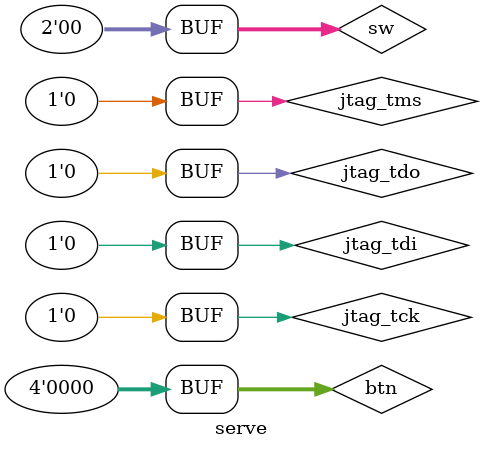
<source format=v>
`timescale 1 ps / 1 ps

module debounce (
  input clk,
  input reset,
  input sig_i,
  output reg sig_o
);

  reg [15:0] cnt;

  always @(posedge clk) begin
    if (reset)
      cnt <= 16'h0;
    else if (sig_i == sig_o)
      cnt <= 16'h0;
    else
      cnt <= cnt + 16'h1;
  end

  always @(posedge clk) begin
    if (reset)
      sig_o <= 1'b0;
    else if (cnt == 16'hffff)
      sig_o <= sig_i;
  end

endmodule

module serve (
	);
  
  wire jtag_tms = 0;
  wire jtag_tck = 0;
  wire jtag_tdo = 0;
  wire jtag_tdi = 0;

  wire [3:0] btn = 0;
  wire [1:0] sw = 0;
  
  wire io_mac_int;
  wire io_sdio_int;
  wire io_uart_int;

  wire FCLK_RESET0_N;
  wire FCLK_IC_RESET0_N;
  wire clk;
  wire soc_reset;
  
  wire [39:0]io_front_axi_0_araddr;
  wire [1:0]io_front_axi_0_arburst;
  wire [3:0]io_front_axi_0_arcache;
  wire [7:0]io_front_axi_0_arlen;
  wire [0:0]io_front_axi_0_arlock;
  wire [2:0]io_front_axi_0_arprot;
  wire [3:0]io_front_axi_0_arqos;
  wire io_front_axi_0_arready;
  wire [2:0]io_front_axi_0_arsize;
  wire io_front_axi_0_arvalid;
  wire [39:0]io_front_axi_0_awaddr;
  wire [1:0]io_front_axi_0_awburst;
  wire [3:0]io_front_axi_0_awcache;
  wire [7:0]io_front_axi_0_awlen;
  wire [0:0]io_front_axi_0_awlock;
  wire [2:0]io_front_axi_0_awprot;
  wire [3:0]io_front_axi_0_awqos;
  wire io_front_axi_0_awready;
  wire [2:0]io_front_axi_0_awsize;
  wire io_front_axi_0_awvalid;
  wire io_front_axi_0_bready;
  wire [1:0]io_front_axi_0_bresp;
  wire io_front_axi_0_bvalid;
  wire [63:0]io_front_axi_0_rdata;
  wire io_front_axi_0_rlast;
  wire io_front_axi_0_rready;
  wire [1:0]io_front_axi_0_rresp;
  wire io_front_axi_0_rvalid;
  wire [63:0]io_front_axi_0_wdata;
  wire io_front_axi_0_wlast;
  wire io_front_axi_0_wready;
  wire [7:0]io_front_axi_0_wstrb;
  wire io_front_axi_0_wvalid;

  wire [39:0]io_front_axi_1_araddr;
  wire [1:0]io_front_axi_1_arburst;
  wire [3:0]io_front_axi_1_arcache;
  wire [7:0]io_front_axi_1_arlen;
  wire [0:0]io_front_axi_1_arlock;
  wire [2:0]io_front_axi_1_arprot;
  wire [3:0]io_front_axi_1_arqos;
  wire io_front_axi_1_arready;
  wire [2:0]io_front_axi_1_arsize;
  wire io_front_axi_1_arvalid;
  wire [39:0]io_front_axi_1_awaddr;
  wire [1:0]io_front_axi_1_awburst;
  wire [3:0]io_front_axi_1_awcache;
  wire [7:0]io_front_axi_1_awlen;
  wire [0:0]io_front_axi_1_awlock;
  wire [2:0]io_front_axi_1_awprot;
  wire [3:0]io_front_axi_1_awqos;
  wire io_front_axi_1_awready;
  wire [2:0]io_front_axi_1_awsize;
  wire io_front_axi_1_awvalid;
  wire io_front_axi_1_bready;
  wire [1:0]io_front_axi_1_bresp;
  wire io_front_axi_1_bvalid;
  wire [63:0]io_front_axi_1_rdata;
  wire io_front_axi_1_rlast;
  wire io_front_axi_1_rready;
  wire [1:0]io_front_axi_1_rresp;
  wire io_front_axi_1_rvalid;
  wire [63:0]io_front_axi_1_wdata;
  wire io_front_axi_1_wlast;
  wire io_front_axi_1_wready;
  wire [7:0]io_front_axi_1_wstrb;
  wire io_front_axi_1_wvalid;

  wire        mem_axi_0_awready;
  wire        mem_axi_0_awvalid;
  wire [3:0]  mem_axi_0_awid;
  wire [35:0] mem_axi_0_awaddr;
  wire [7:0]  mem_axi_0_awlen;
  wire [2:0]  mem_axi_0_awsize;
  wire [1:0]  mem_axi_0_awburst;
  wire        mem_axi_0_awlock;
  wire [3:0]  mem_axi_0_awcache;
  wire [2:0]  mem_axi_0_awprot;
  wire [3:0]  mem_axi_0_awqos;
  wire         mem_axi_0_wready;
  wire        mem_axi_0_wvalid;
  wire [63:0] mem_axi_0_wdata;
  wire [7:0]  mem_axi_0_wstrb;
  wire        mem_axi_0_wlast;
  wire        mem_axi_0_bready;
  wire         mem_axi_0_bvalid;
  wire  [3:0]  mem_axi_0_bid;
  wire  [1:0]  mem_axi_0_bresp;
  wire         mem_axi_0_arready;
  wire        mem_axi_0_arvalid;
  wire [3:0]  mem_axi_0_arid;
  wire [35:0] mem_axi_0_araddr;
  wire [7:0]  mem_axi_0_arlen;
  wire [2:0]  mem_axi_0_arsize;
  wire [1:0]  mem_axi_0_arburst;
  wire        mem_axi_0_arlock;
  wire [3:0]  mem_axi_0_arcache;
  wire [2:0]  mem_axi_0_arprot;
  wire [3:0]  mem_axi_0_arqos;
  wire        mem_axi_0_rready;
  wire         mem_axi_0_rvalid;
  wire  [3:0]  mem_axi_0_rid;
  wire  [63:0] mem_axi_0_rdata;
  wire  [1:0]  mem_axi_0_rresp;
  wire         mem_axi_0_rlast;

  wire        mem_axi_1_awready;
  wire        mem_axi_1_awvalid;
  wire [3:0]  mem_axi_1_awid;
  wire [35:0] mem_axi_1_awaddr;
  wire [7:0]  mem_axi_1_awlen;
  wire [2:0]  mem_axi_1_awsize;
  wire [1:0]  mem_axi_1_awburst;
  wire        mem_axi_1_awlock;
  wire [3:0]  mem_axi_1_awcache;
  wire [2:0]  mem_axi_1_awprot;
  wire [3:0]  mem_axi_1_awqos;
  wire         mem_axi_1_wready;
  wire        mem_axi_1_wvalid;
  wire [63:0] mem_axi_1_wdata;
  wire [7:0]  mem_axi_1_wstrb;
  wire        mem_axi_1_wlast;
  wire        mem_axi_1_bready;
  wire         mem_axi_1_bvalid;
  wire  [3:0]  mem_axi_1_bid;
  wire  [1:0]  mem_axi_1_bresp;
  wire         mem_axi_1_arready;
  wire        mem_axi_1_arvalid;
  wire [3:0]  mem_axi_1_arid;
  wire [35:0] mem_axi_1_araddr;
  wire [7:0]  mem_axi_1_arlen;
  wire [2:0]  mem_axi_1_arsize;
  wire [1:0]  mem_axi_1_arburst;
  wire        mem_axi_1_arlock;
  wire [3:0]  mem_axi_1_arcache;
  wire [2:0]  mem_axi_1_arprot;
  wire [3:0]  mem_axi_1_arqos;
  wire        mem_axi_1_rready;
  wire         mem_axi_1_rvalid;
  wire  [3:0]  mem_axi_1_rid;
  wire  [63:0] mem_axi_1_rdata;
  wire  [1:0]  mem_axi_1_rresp;
  wire         mem_axi_1_rlast;

  wire [35:0]mmio_axi_0_araddr;
  wire [1:0]mmio_axi_0_arburst;
  wire [3:0]mmio_axi_0_arcache;
  wire [3:0]mmio_axi_0_arid;
  wire [7:0]mmio_axi_0_arlen;
  wire [0:0]mmio_axi_0_arlock;
  wire [2:0]mmio_axi_0_arprot;
  wire [3:0]mmio_axi_0_arqos;
  wire mmio_axi_0_arready;
  wire [2:0]mmio_axi_0_arsize;
  wire mmio_axi_0_arvalid;
  wire [35:0]mmio_axi_0_awaddr;
  wire [1:0]mmio_axi_0_awburst;
  wire [3:0]mmio_axi_0_awcache;
  wire [3:0]mmio_axi_0_awid;
  wire [7:0]mmio_axi_0_awlen;
  wire [0:0]mmio_axi_0_awlock;
  wire [2:0]mmio_axi_0_awprot;
  wire [3:0]mmio_axi_0_awqos;
  wire mmio_axi_0_awready;
  wire [2:0]mmio_axi_0_awsize;
  wire mmio_axi_0_awvalid;
  wire [3:0]mmio_axi_0_bid;
  wire mmio_axi_0_bready;
  wire [1:0]mmio_axi_0_bresp;
  wire mmio_axi_0_bvalid;
  wire [63:0]mmio_axi_0_rdata;
  wire [3:0]mmio_axi_0_rid;
  wire mmio_axi_0_rlast;
  wire mmio_axi_0_rready;
  wire [1:0]mmio_axi_0_rresp;
  wire mmio_axi_0_rvalid;
  wire [63:0]mmio_axi_0_wdata;
  wire mmio_axi_0_wlast;
  wire mmio_axi_0_wready;
  wire [7:0]mmio_axi_0_wstrb;
  wire mmio_axi_0_wvalid;

  wire [39:0]bram_axi_ps_araddr;
  wire [1:0]bram_axi_ps_arburst;
  wire [3:0]bram_axi_ps_arcache;
  wire [15:0]bram_axi_ps_arid;
  wire [7:0]bram_axi_ps_arlen;
  wire [0:0]bram_axi_ps_arlock;
  wire [2:0]bram_axi_ps_arprot;
  wire [3:0]bram_axi_ps_arqos;
  wire bram_axi_ps_arready;
  wire [3:0]bram_axi_ps_arregion;
  wire [2:0]bram_axi_ps_arsize;
  wire bram_axi_ps_arvalid;
  wire [39:0]bram_axi_ps_awaddr;
  wire [1:0]bram_axi_ps_awburst;
  wire [3:0]bram_axi_ps_awcache;
  wire [15:0]bram_axi_ps_awid;
  wire [7:0]bram_axi_ps_awlen;
  wire [0:0]bram_axi_ps_awlock;
  wire [2:0]bram_axi_ps_awprot;
  wire [3:0]bram_axi_ps_awqos;
  wire bram_axi_ps_awready;
  wire [3:0]bram_axi_ps_awregion;
  wire [2:0]bram_axi_ps_awsize;
  wire bram_axi_ps_awvalid;
  wire [15:0]bram_axi_ps_bid;
  wire bram_axi_ps_bready;
  wire [1:0]bram_axi_ps_bresp;
  wire bram_axi_ps_bvalid;
  wire [31:0]bram_axi_ps_rdata;
  wire [15:0]bram_axi_ps_rid;
  wire bram_axi_ps_rlast;
  wire bram_axi_ps_rready;
  wire [1:0]bram_axi_ps_rresp;
  wire bram_axi_ps_rvalid;
  wire [31:0]bram_axi_ps_wdata;
  wire bram_axi_ps_wlast;
  wire bram_axi_ps_wready;
  wire [3:0]bram_axi_ps_wstrb;
  wire bram_axi_ps_wvalid;
  wire [31:0]bram_axi_rv_araddr;
  wire [1:0]bram_axi_rv_arburst;
  wire [3:0]bram_axi_rv_arcache;
  wire [7:0]bram_axi_rv_arlen;
  wire [0:0]bram_axi_rv_arlock;
  wire [2:0]bram_axi_rv_arprot;
  wire [3:0]bram_axi_rv_arqos;
  wire bram_axi_rv_arready;
  wire [3:0]bram_axi_rv_arregion;
  wire [2:0]bram_axi_rv_arsize;
  wire bram_axi_rv_arvalid;
  wire [31:0]bram_axi_rv_awaddr;
  wire [1:0]bram_axi_rv_awburst;
  wire [3:0]bram_axi_rv_awcache;
  wire [7:0]bram_axi_rv_awlen;
  wire [0:0]bram_axi_rv_awlock;
  wire [2:0]bram_axi_rv_awprot;
  wire [3:0]bram_axi_rv_awqos;
  wire bram_axi_rv_awready;
  wire [3:0]bram_axi_rv_awregion;
  wire [2:0]bram_axi_rv_awsize;
  wire bram_axi_rv_awvalid;
  wire bram_axi_rv_bready;
  wire [1:0]bram_axi_rv_bresp;
  wire bram_axi_rv_bvalid;
  wire [31:0]bram_axi_rv_rdata;
  wire bram_axi_rv_rlast;
  wire bram_axi_rv_rready;
  wire [1:0]bram_axi_rv_rresp;
  wire bram_axi_rv_rvalid;
  wire [31:0]bram_axi_rv_wdata;
  wire bram_axi_rv_wlast;
  wire bram_axi_rv_wready;
  wire [3:0]bram_axi_rv_wstrb;
  wire bram_axi_rv_wvalid;

  /* button debounce */
  wire [3:0] gpio_btns;
  wire [1:0] gpio_sws;

  genvar i;
  
  generate
    for (i=0; i<4; i=i+1) begin
      debounce u_debounce_btn(
        .clk(clk),
        .reset(reset),
        .sig_i(btn[i]),
        .sig_o(gpio_btns[i])
      );
    end
    for (i=0; i<2; i=i+1) begin
      debounce u_debounce_sw(
        .clk(clk),
        .reset(reset),
        .sig_i(sw[i]),
        .sig_o(gpio_sws[i])
      );
    end
  endgenerate
  
  mpsoc_wrapper system_i
  (
		.FCLK_CLK0(clk),
    .FCLK_RESET0_N(FCLK_RESET0_N),
    .FCLK_IC_RESET0_N(FCLK_IC_RESET0_N),

    .bram_axi_ps_araddr		(bram_axi_ps_araddr),
    .bram_axi_ps_arburst		(bram_axi_ps_arburst),
    .bram_axi_ps_arcache		(bram_axi_ps_arcache),
    .bram_axi_ps_arid		(bram_axi_ps_arid),
    .bram_axi_ps_arlen		(bram_axi_ps_arlen	),
    .bram_axi_ps_arlock		(bram_axi_ps_arlock	),
    .bram_axi_ps_arprot		(bram_axi_ps_arprot	),
    .bram_axi_ps_arqos		(bram_axi_ps_arqos	),
    .bram_axi_ps_arready		(bram_axi_ps_arready ),
    .bram_axi_ps_arregion		(bram_axi_ps_arregion),
    .bram_axi_ps_arsize		(bram_axi_ps_arsize),
    .bram_axi_ps_aruser		(),
    .bram_axi_ps_arvalid		(bram_axi_ps_arvalid),
    .bram_axi_ps_awaddr		(bram_axi_ps_awaddr),
    .bram_axi_ps_awburst		(bram_axi_ps_awburst),
    .bram_axi_ps_awcache		(bram_axi_ps_awcache),
    .bram_axi_ps_awid		(bram_axi_ps_awid),
    .bram_axi_ps_awlen		(bram_axi_ps_awlen	),
    .bram_axi_ps_awlock		(bram_axi_ps_awlock	),
    .bram_axi_ps_awprot		(bram_axi_ps_awprot	),
    .bram_axi_ps_awqos		(bram_axi_ps_awqos	),
    .bram_axi_ps_awready		(bram_axi_ps_awready ),
    .bram_axi_ps_awregion		(bram_axi_ps_awregion),
    .bram_axi_ps_awsize		(bram_axi_ps_awsize),
    .bram_axi_ps_awuser		(),
    .bram_axi_ps_awvalid		(bram_axi_ps_awvalid),
    .bram_axi_ps_bid		(bram_axi_ps_bid),
    .bram_axi_ps_bready		(bram_axi_ps_bready	),
    .bram_axi_ps_bresp		(bram_axi_ps_bresp	),
    .bram_axi_ps_bvalid		(bram_axi_ps_bvalid	),
    .bram_axi_ps_rdata		(bram_axi_ps_rdata	),
    .bram_axi_ps_rid		(bram_axi_ps_rid),
    .bram_axi_ps_rlast		(bram_axi_ps_rlast ),
    .bram_axi_ps_rready		(bram_axi_ps_rready),
    .bram_axi_ps_rresp		(bram_axi_ps_rresp ),
    .bram_axi_ps_rvalid		(bram_axi_ps_rvalid),
    .bram_axi_ps_wdata		(bram_axi_ps_wdata ),
    .bram_axi_ps_wlast		(bram_axi_ps_wlast ),
    .bram_axi_ps_wready		(bram_axi_ps_wready),
    .bram_axi_ps_wstrb		(bram_axi_ps_wstrb ),
    .bram_axi_ps_wvalid		(bram_axi_ps_wvalid),

    .bram_axi_rv_araddr		(bram_axi_rv_araddr),
    .bram_axi_rv_arburst		(bram_axi_rv_arburst),
    .bram_axi_rv_arcache		(bram_axi_rv_arcache),
    .bram_axi_rv_arlen		(bram_axi_rv_arlen	),
    .bram_axi_rv_arlock		(bram_axi_rv_arlock	),
    .bram_axi_rv_arprot		(bram_axi_rv_arprot	),
    .bram_axi_rv_arqos		(bram_axi_rv_arqos	),
    .bram_axi_rv_arready		(bram_axi_rv_arready ),
    .bram_axi_rv_arregion		(bram_axi_rv_arregion),
    .bram_axi_rv_arsize		(bram_axi_rv_arsize),
    .bram_axi_rv_arvalid		(bram_axi_rv_arvalid),
    .bram_axi_rv_awaddr		(bram_axi_rv_awaddr),
    .bram_axi_rv_awburst		(bram_axi_rv_awburst),
    .bram_axi_rv_awcache		(bram_axi_rv_awcache),
    .bram_axi_rv_awlen		(bram_axi_rv_awlen	),
    .bram_axi_rv_awlock		(bram_axi_rv_awlock	),
    .bram_axi_rv_awprot		(bram_axi_rv_awprot	),
    .bram_axi_rv_awqos		(bram_axi_rv_awqos	),
    .bram_axi_rv_awready		(bram_axi_rv_awready ),
    .bram_axi_rv_awregion		(bram_axi_rv_awregion),
    .bram_axi_rv_awsize		(bram_axi_rv_awsize),
    .bram_axi_rv_awvalid		(bram_axi_rv_awvalid),
    .bram_axi_rv_bready		(bram_axi_rv_bready),
    .bram_axi_rv_bresp		(bram_axi_rv_bresp ),
    .bram_axi_rv_bvalid		(bram_axi_rv_bvalid),
    .bram_axi_rv_rdata		(bram_axi_rv_rdata ),
    .bram_axi_rv_rlast		(bram_axi_rv_rlast ),
    .bram_axi_rv_rready		(bram_axi_rv_rready),
    .bram_axi_rv_rresp		(bram_axi_rv_rresp ),
    .bram_axi_rv_rvalid		(bram_axi_rv_rvalid),
    .bram_axi_rv_wdata		(bram_axi_rv_wdata ),
    .bram_axi_rv_wlast		(bram_axi_rv_wlast ),
    .bram_axi_rv_wready		(bram_axi_rv_wready),
    .bram_axi_rv_wstrb		(bram_axi_rv_wstrb ),
    .bram_axi_rv_wvalid		(bram_axi_rv_wvalid),

    .soc_reset(soc_reset),

		.io_mac_int(io_mac_int),
		.io_sdio_int(io_sdio_int),
		.io_uart_int(io_uart_int),

		.io_front_axi_0_araddr	(io_front_axi_0_araddr),
        .io_front_axi_0_arburst	(io_front_axi_0_arburst),
        .io_front_axi_0_arcache	(io_front_axi_0_arcache),
        .io_front_axi_0_arlen		(io_front_axi_0_arlen),
        .io_front_axi_0_arlock	(io_front_axi_0_arlock),
        .io_front_axi_0_arprot	(io_front_axi_0_arprot),
        .io_front_axi_0_arqos		(io_front_axi_0_arqos),
        .io_front_axi_0_arready	(io_front_axi_0_arready),
        .io_front_axi_0_arsize	(io_front_axi_0_arsize),
        .io_front_axi_0_arvalid	(io_front_axi_0_arvalid),
        .io_front_axi_0_awaddr		(io_front_axi_0_awaddr),
        .io_front_axi_0_awburst	(io_front_axi_0_awburst),
        .io_front_axi_0_awcache	(io_front_axi_0_awcache),
        .io_front_axi_0_awlen		(io_front_axi_0_awlen),
        .io_front_axi_0_awlock		(io_front_axi_0_awlock),
        .io_front_axi_0_awprot		(io_front_axi_0_awprot),
        .io_front_axi_0_awqos		(io_front_axi_0_awqos),
        .io_front_axi_0_awready	(io_front_axi_0_awready),
        .io_front_axi_0_awsize		(io_front_axi_0_awsize),
        .io_front_axi_0_awvalid	(io_front_axi_0_awvalid),
        .io_front_axi_0_bready		(io_front_axi_0_bready),
        .io_front_axi_0_bresp		(io_front_axi_0_bresp),
        .io_front_axi_0_bvalid		(io_front_axi_0_bvalid),
        .io_front_axi_0_rdata		(io_front_axi_0_rdata),
        .io_front_axi_0_rlast		(io_front_axi_0_rlast),
        .io_front_axi_0_rready		(io_front_axi_0_rready),
        .io_front_axi_0_rresp		(io_front_axi_0_rresp),
        .io_front_axi_0_rvalid		(io_front_axi_0_rvalid),
        .io_front_axi_0_wdata		(io_front_axi_0_wdata),
        .io_front_axi_0_wlast		(io_front_axi_0_wlast),
        .io_front_axi_0_wready		(io_front_axi_0_wready),
        .io_front_axi_0_wstrb		(io_front_axi_0_wstrb),
        .io_front_axi_0_wvalid		(io_front_axi_0_wvalid),

		.io_front_axi_1_araddr	(io_front_axi_1_araddr),
        .io_front_axi_1_arburst	(io_front_axi_1_arburst),
        .io_front_axi_1_arcache	(io_front_axi_1_arcache),
        .io_front_axi_1_arlen		(io_front_axi_1_arlen),
        .io_front_axi_1_arlock	(io_front_axi_1_arlock),
        .io_front_axi_1_arprot	(io_front_axi_1_arprot),
        .io_front_axi_1_arqos		(io_front_axi_1_arqos),
        .io_front_axi_1_arready	(io_front_axi_1_arready),
        .io_front_axi_1_arsize	(io_front_axi_1_arsize),
        .io_front_axi_1_arvalid	(io_front_axi_1_arvalid),
        .io_front_axi_1_awaddr		(io_front_axi_1_awaddr),
        .io_front_axi_1_awburst	(io_front_axi_1_awburst),
        .io_front_axi_1_awcache	(io_front_axi_1_awcache),
        .io_front_axi_1_awlen		(io_front_axi_1_awlen),
        .io_front_axi_1_awlock		(io_front_axi_1_awlock),
        .io_front_axi_1_awprot		(io_front_axi_1_awprot),
        .io_front_axi_1_awqos		(io_front_axi_1_awqos),
        .io_front_axi_1_awready	(io_front_axi_1_awready),
        .io_front_axi_1_awsize		(io_front_axi_1_awsize),
        .io_front_axi_1_awvalid	(io_front_axi_1_awvalid),
        .io_front_axi_1_bready		(io_front_axi_1_bready),
        .io_front_axi_1_bresp		(io_front_axi_1_bresp),
        .io_front_axi_1_bvalid		(io_front_axi_1_bvalid),
        .io_front_axi_1_rdata		(io_front_axi_1_rdata),
        .io_front_axi_1_rlast		(io_front_axi_1_rlast),
        .io_front_axi_1_rready		(io_front_axi_1_rready),
        .io_front_axi_1_rresp		(io_front_axi_1_rresp),
        .io_front_axi_1_rvalid		(io_front_axi_1_rvalid),
        .io_front_axi_1_wdata		(io_front_axi_1_wdata),
        .io_front_axi_1_wlast		(io_front_axi_1_wlast),
        .io_front_axi_1_wready		(io_front_axi_1_wready),
        .io_front_axi_1_wstrb		(io_front_axi_1_wstrb),
        .io_front_axi_1_wvalid		(io_front_axi_1_wvalid),

        .mem_axi_0_araddr(mem_axi_0_araddr),
        .mem_axi_0_arburst(mem_axi_0_arburst),
        .mem_axi_0_arcache(mem_axi_0_arcache),
        .mem_axi_0_arid(mem_axi_0_arid),
        .mem_axi_0_arlen(mem_axi_0_arlen),
        .mem_axi_0_arlock(mem_axi_0_arlock),
        .mem_axi_0_arprot(mem_axi_0_arprot),
        .mem_axi_0_arqos(mem_axi_0_arqos),
        .mem_axi_0_arready(mem_axi_0_arready),
        .mem_axi_0_arsize(mem_axi_0_arsize),
        .mem_axi_0_arvalid(mem_axi_0_arvalid),
        .mem_axi_0_awaddr(mem_axi_0_awaddr),
        .mem_axi_0_awburst(mem_axi_0_awburst),
        .mem_axi_0_awcache(mem_axi_0_awcache),
        .mem_axi_0_awid(mem_axi_0_awid),
        .mem_axi_0_awlen(mem_axi_0_awlen),
        .mem_axi_0_awlock(mem_axi_0_awlock),
        .mem_axi_0_awprot(mem_axi_0_awprot),
        .mem_axi_0_awqos(mem_axi_0_awqos),
        .mem_axi_0_awready(mem_axi_0_awready),
        .mem_axi_0_awsize(mem_axi_0_awsize),
        .mem_axi_0_awvalid(mem_axi_0_awvalid),
        .mem_axi_0_bid(mem_axi_0_bid),
        .mem_axi_0_bready(mem_axi_0_bready),
        .mem_axi_0_bresp(mem_axi_0_bresp),
        .mem_axi_0_bvalid(mem_axi_0_bvalid),
        .mem_axi_0_rid(mem_axi_0_rid),
        .mem_axi_0_rdata(mem_axi_0_rdata),
        .mem_axi_0_rlast(mem_axi_0_rlast),
        .mem_axi_0_rready(mem_axi_0_rready),
        .mem_axi_0_rresp(mem_axi_0_rresp),
        .mem_axi_0_rvalid(mem_axi_0_rvalid),
        .mem_axi_0_wdata(mem_axi_0_wdata),
        .mem_axi_0_wlast(mem_axi_0_wlast),
        .mem_axi_0_wready(mem_axi_0_wready),
        .mem_axi_0_wstrb(mem_axi_0_wstrb),
        .mem_axi_0_wvalid(mem_axi_0_wvalid),

        .mem_axi_1_araddr(mem_axi_1_araddr),
        .mem_axi_1_arburst(mem_axi_1_arburst),
        .mem_axi_1_arcache(mem_axi_1_arcache),
        .mem_axi_1_arid(mem_axi_1_arid),
        .mem_axi_1_arlen(mem_axi_1_arlen),
        .mem_axi_1_arlock(mem_axi_1_arlock),
        .mem_axi_1_arprot(mem_axi_1_arprot),
        .mem_axi_1_arqos(mem_axi_1_arqos),
        .mem_axi_1_arready(mem_axi_1_arready),
        .mem_axi_1_arsize(mem_axi_1_arsize),
        .mem_axi_1_arvalid(mem_axi_1_arvalid),
        .mem_axi_1_awaddr(mem_axi_1_awaddr),
        .mem_axi_1_awburst(mem_axi_1_awburst),
        .mem_axi_1_awcache(mem_axi_1_awcache),
        .mem_axi_1_awid(mem_axi_1_awid),
        .mem_axi_1_awlen(mem_axi_1_awlen),
        .mem_axi_1_awlock(mem_axi_1_awlock),
        .mem_axi_1_awprot(mem_axi_1_awprot),
        .mem_axi_1_awqos(mem_axi_1_awqos),
        .mem_axi_1_awready(mem_axi_1_awready),
        .mem_axi_1_awsize(mem_axi_1_awsize),
        .mem_axi_1_awvalid(mem_axi_1_awvalid),
        .mem_axi_1_bid(mem_axi_1_bid),
        .mem_axi_1_bready(mem_axi_1_bready),
        .mem_axi_1_bresp(mem_axi_1_bresp),
        .mem_axi_1_bvalid(mem_axi_1_bvalid),
        .mem_axi_1_rid(mem_axi_1_rid),
        .mem_axi_1_rdata(mem_axi_1_rdata),
        .mem_axi_1_rlast(mem_axi_1_rlast),
        .mem_axi_1_rready(mem_axi_1_rready),
        .mem_axi_1_rresp(mem_axi_1_rresp),
        .mem_axi_1_rvalid(mem_axi_1_rvalid),
        .mem_axi_1_wdata(mem_axi_1_wdata),
        .mem_axi_1_wlast(mem_axi_1_wlast),
        .mem_axi_1_wready(mem_axi_1_wready),
        .mem_axi_1_wstrb(mem_axi_1_wstrb),
        .mem_axi_1_wvalid(mem_axi_1_wvalid),

        .mmio_axi_0_araddr(mmio_axi_0_araddr),
        .mmio_axi_0_arburst(mmio_axi_0_arburst),
        .mmio_axi_0_arcache(mmio_axi_0_arcache),
        .mmio_axi_0_arid(mmio_axi_0_arid),
        .mmio_axi_0_arlen(mmio_axi_0_arlen),
        .mmio_axi_0_arlock(mmio_axi_0_arlock),
        .mmio_axi_0_arprot(mmio_axi_0_arprot),
        .mmio_axi_0_arqos(mmio_axi_0_arqos),
        .mmio_axi_0_arready(mmio_axi_0_arready),
        .mmio_axi_0_arsize(mmio_axi_0_arsize),
        .mmio_axi_0_arvalid(mmio_axi_0_arvalid),
        .mmio_axi_0_awaddr(mmio_axi_0_awaddr),
        .mmio_axi_0_awburst(mmio_axi_0_awburst),
        .mmio_axi_0_awcache(mmio_axi_0_awcache),
        .mmio_axi_0_awid(mmio_axi_0_awid),
        .mmio_axi_0_awlen(mmio_axi_0_awlen),
        .mmio_axi_0_awlock(mmio_axi_0_awlock),
        .mmio_axi_0_awprot(mmio_axi_0_awprot),
        .mmio_axi_0_awqos(mmio_axi_0_awqos),
        .mmio_axi_0_awready(mmio_axi_0_awready),
        .mmio_axi_0_awsize(mmio_axi_0_awsize),
        .mmio_axi_0_awvalid(mmio_axi_0_awvalid),
        .mmio_axi_0_bid(mmio_axi_0_bid),
        .mmio_axi_0_bready(mmio_axi_0_bready),
        .mmio_axi_0_bresp(mmio_axi_0_bresp),
        .mmio_axi_0_bvalid(mmio_axi_0_bvalid),
        .mmio_axi_0_rid(mmio_axi_0_rid),
        .mmio_axi_0_rdata(mmio_axi_0_rdata),
        .mmio_axi_0_rlast(mmio_axi_0_rlast),
        .mmio_axi_0_rready(mmio_axi_0_rready),
        .mmio_axi_0_rresp(mmio_axi_0_rresp),
        .mmio_axi_0_rvalid(mmio_axi_0_rvalid),
        .mmio_axi_0_wdata(mmio_axi_0_wdata),
        .mmio_axi_0_wlast(mmio_axi_0_wlast),
        .mmio_axi_0_wready(mmio_axi_0_wready),
        .mmio_axi_0_wstrb(mmio_axi_0_wstrb),
        .mmio_axi_0_wvalid(mmio_axi_0_wvalid)
  );

  bram_wrapper u_bram (

		.FCLK_CLK0(clk),
    .FCLK_RESET0_N(FCLK_RESET0_N),
    .FCLK_IC_RESET0_N(FCLK_IC_RESET0_N),

    .bram_axi_ps_araddr		(bram_axi_ps_araddr[31:0]),
    .bram_axi_ps_arburst		(bram_axi_ps_arburst),
    .bram_axi_ps_arcache		(bram_axi_ps_arcache),
    .bram_axi_ps_arid		(bram_axi_ps_arid),
    .bram_axi_ps_arlen		(bram_axi_ps_arlen	),
    .bram_axi_ps_arlock		(bram_axi_ps_arlock	),
    .bram_axi_ps_arprot		(bram_axi_ps_arprot	),
    .bram_axi_ps_arqos		(bram_axi_ps_arqos	),
    .bram_axi_ps_arready		(bram_axi_ps_arready ),
    .bram_axi_ps_arregion		(bram_axi_ps_arregion),
    .bram_axi_ps_arsize		(bram_axi_ps_arsize),
    .bram_axi_ps_arvalid		(bram_axi_ps_arvalid),
    .bram_axi_ps_awaddr		(bram_axi_ps_awaddr[31:0]),
    .bram_axi_ps_awburst		(bram_axi_ps_awburst),
    .bram_axi_ps_awcache		(bram_axi_ps_awcache),
    .bram_axi_ps_awid		(bram_axi_ps_awid),
    .bram_axi_ps_awlen		(bram_axi_ps_awlen	),
    .bram_axi_ps_awlock		(bram_axi_ps_awlock	),
    .bram_axi_ps_awprot		(bram_axi_ps_awprot	),
    .bram_axi_ps_awqos		(bram_axi_ps_awqos	),
    .bram_axi_ps_awready		(bram_axi_ps_awready ),
    .bram_axi_ps_awregion		(bram_axi_ps_awregion),
    .bram_axi_ps_awsize		(bram_axi_ps_awsize),
    .bram_axi_ps_awvalid		(bram_axi_ps_awvalid),
    .bram_axi_ps_bid		(bram_axi_ps_bid),
    .bram_axi_ps_bready		(bram_axi_ps_bready	),
    .bram_axi_ps_bresp		(bram_axi_ps_bresp	),
    .bram_axi_ps_bvalid		(bram_axi_ps_bvalid	),
    .bram_axi_ps_rdata		(bram_axi_ps_rdata	),
    .bram_axi_ps_rid		(bram_axi_ps_rid),
    .bram_axi_ps_rlast		(bram_axi_ps_rlast ),
    .bram_axi_ps_rready		(bram_axi_ps_rready),
    .bram_axi_ps_rresp		(bram_axi_ps_rresp ),
    .bram_axi_ps_rvalid		(bram_axi_ps_rvalid),
    .bram_axi_ps_wdata		(bram_axi_ps_wdata ),
    .bram_axi_ps_wlast		(bram_axi_ps_wlast ),
    .bram_axi_ps_wready		(bram_axi_ps_wready),
    .bram_axi_ps_wstrb		(bram_axi_ps_wstrb ),
    .bram_axi_ps_wvalid		(bram_axi_ps_wvalid),

    .bram_axi_rv_araddr		({4'h8, bram_axi_rv_araddr[27:0]}),
    .bram_axi_rv_arburst		(bram_axi_rv_arburst),
    .bram_axi_rv_arcache		(bram_axi_rv_arcache),
    .bram_axi_rv_arlen		(bram_axi_rv_arlen	),
    .bram_axi_rv_arlock		(bram_axi_rv_arlock	),
    .bram_axi_rv_arprot		(bram_axi_rv_arprot	),
    .bram_axi_rv_arqos		(bram_axi_rv_arqos	),
    .bram_axi_rv_arready		(bram_axi_rv_arready ),
    .bram_axi_rv_arregion		(bram_axi_rv_arregion),
    .bram_axi_rv_arsize		(bram_axi_rv_arsize),
    .bram_axi_rv_arvalid		(bram_axi_rv_arvalid),
    .bram_axi_rv_awaddr		({4'h8, bram_axi_rv_awaddr[27:0]}),
    .bram_axi_rv_awburst		(bram_axi_rv_awburst),
    .bram_axi_rv_awcache		(bram_axi_rv_awcache),
    .bram_axi_rv_awlen		(bram_axi_rv_awlen	),
    .bram_axi_rv_awlock		(bram_axi_rv_awlock	),
    .bram_axi_rv_awprot		(bram_axi_rv_awprot	),
    .bram_axi_rv_awqos		(bram_axi_rv_awqos	),
    .bram_axi_rv_awready		(bram_axi_rv_awready ),
    .bram_axi_rv_awregion		(bram_axi_rv_awregion),
    .bram_axi_rv_awsize		(bram_axi_rv_awsize),
    .bram_axi_rv_awvalid		(bram_axi_rv_awvalid),
    .bram_axi_rv_bready		(bram_axi_rv_bready),
    .bram_axi_rv_bresp		(bram_axi_rv_bresp ),
    .bram_axi_rv_bvalid		(bram_axi_rv_bvalid),
    .bram_axi_rv_rdata		(bram_axi_rv_rdata ),
    .bram_axi_rv_rlast		(bram_axi_rv_rlast ),
    .bram_axi_rv_rready		(bram_axi_rv_rready),
    .bram_axi_rv_rresp		(bram_axi_rv_rresp ),
    .bram_axi_rv_rvalid		(bram_axi_rv_rvalid),
    .bram_axi_rv_wdata		(bram_axi_rv_wdata ),
    .bram_axi_rv_wlast		(bram_axi_rv_wlast ),
    .bram_axi_rv_wready		(bram_axi_rv_wready),
    .bram_axi_rv_wstrb		(bram_axi_rv_wstrb ),
    .bram_axi_rv_wvalid		(bram_axi_rv_wvalid)
  );

  wire jtag_tdo_data, jtag_tdo_driven;
  assign jtag_tdo = jtag_tdo_driven ? jtag_tdo_data : 1'bz;

  SERVETop top(
   .clock(clk),
   .reset(soc_reset),
   .io_mac_int(io_mac_int),
   .io_sdio_int(io_sdio_int),
   .io_uart_int(io_uart_int),

   .mem_axi_0_ar_valid (mem_axi_0_arvalid),
   .mem_axi_0_ar_ready (mem_axi_0_arready),
   .mem_axi_0_ar_bits_addr (mem_axi_0_araddr),
   .mem_axi_0_ar_bits_id (mem_axi_0_arid),
   .mem_axi_0_ar_bits_size (mem_axi_0_arsize),
   .mem_axi_0_ar_bits_len (mem_axi_0_arlen),
   .mem_axi_0_ar_bits_burst (mem_axi_0_arburst),
   .mem_axi_0_ar_bits_cache (mem_axi_0_arcache),
   .mem_axi_0_ar_bits_lock (mem_axi_0_arlock),
   .mem_axi_0_ar_bits_prot (mem_axi_0_arprot),
   .mem_axi_0_ar_bits_qos (mem_axi_0_arqos),
   .mem_axi_0_aw_valid (mem_axi_0_awvalid),
   .mem_axi_0_aw_ready (mem_axi_0_awready),
   .mem_axi_0_aw_bits_addr (mem_axi_0_awaddr),
   .mem_axi_0_aw_bits_id (mem_axi_0_awid),
   .mem_axi_0_aw_bits_size (mem_axi_0_awsize),
   .mem_axi_0_aw_bits_len (mem_axi_0_awlen),
   .mem_axi_0_aw_bits_burst (mem_axi_0_awburst),
   .mem_axi_0_aw_bits_cache (mem_axi_0_awcache),
   .mem_axi_0_aw_bits_lock (mem_axi_0_awlock),
   .mem_axi_0_aw_bits_prot (mem_axi_0_awprot),
   .mem_axi_0_aw_bits_qos (mem_axi_0_awqos),
   .mem_axi_0_w_valid (mem_axi_0_wvalid),
   .mem_axi_0_w_ready (mem_axi_0_wready),
   .mem_axi_0_w_bits_strb (mem_axi_0_wstrb),
   .mem_axi_0_w_bits_data (mem_axi_0_wdata),
   .mem_axi_0_w_bits_last (mem_axi_0_wlast),
   .mem_axi_0_b_valid (mem_axi_0_bvalid),
   .mem_axi_0_b_ready (mem_axi_0_bready),
   .mem_axi_0_b_bits_resp (mem_axi_0_bresp),
   .mem_axi_0_b_bits_id (mem_axi_0_bid),
   .mem_axi_0_r_valid (mem_axi_0_rvalid),
   .mem_axi_0_r_ready (mem_axi_0_rready),
   .mem_axi_0_r_bits_resp (mem_axi_0_rresp),
   .mem_axi_0_r_bits_id (mem_axi_0_rid),
   .mem_axi_0_r_bits_data (mem_axi_0_rdata),
   .mem_axi_0_r_bits_last (mem_axi_0_rlast),

   .mem_axi_1_ar_valid (mem_axi_1_arvalid),
   .mem_axi_1_ar_ready (mem_axi_1_arready),
   .mem_axi_1_ar_bits_addr (mem_axi_1_araddr),
   .mem_axi_1_ar_bits_id (mem_axi_1_arid),
   .mem_axi_1_ar_bits_size (mem_axi_1_arsize),
   .mem_axi_1_ar_bits_len (mem_axi_1_arlen),
   .mem_axi_1_ar_bits_burst (mem_axi_1_arburst),
   .mem_axi_1_ar_bits_cache (mem_axi_1_arcache),
   .mem_axi_1_ar_bits_lock (mem_axi_1_arlock),
   .mem_axi_1_ar_bits_prot (mem_axi_1_arprot),
   .mem_axi_1_ar_bits_qos (mem_axi_1_arqos),
   .mem_axi_1_aw_valid (mem_axi_1_awvalid),
   .mem_axi_1_aw_ready (mem_axi_1_awready),
   .mem_axi_1_aw_bits_addr (mem_axi_1_awaddr),
   .mem_axi_1_aw_bits_id (mem_axi_1_awid),
   .mem_axi_1_aw_bits_size (mem_axi_1_awsize),
   .mem_axi_1_aw_bits_len (mem_axi_1_awlen),
   .mem_axi_1_aw_bits_burst (mem_axi_1_awburst),
   .mem_axi_1_aw_bits_cache (mem_axi_1_awcache),
   .mem_axi_1_aw_bits_lock (mem_axi_1_awlock),
   .mem_axi_1_aw_bits_prot (mem_axi_1_awprot),
   .mem_axi_1_aw_bits_qos (mem_axi_1_awqos),
   .mem_axi_1_w_valid (mem_axi_1_wvalid),
   .mem_axi_1_w_ready (mem_axi_1_wready),
   .mem_axi_1_w_bits_strb (mem_axi_1_wstrb),
   .mem_axi_1_w_bits_data (mem_axi_1_wdata),
   .mem_axi_1_w_bits_last (mem_axi_1_wlast),
   .mem_axi_1_b_valid (mem_axi_1_bvalid),
   .mem_axi_1_b_ready (mem_axi_1_bready),
   .mem_axi_1_b_bits_resp (mem_axi_1_bresp),
   .mem_axi_1_b_bits_id (mem_axi_1_bid),
   .mem_axi_1_r_valid (mem_axi_1_rvalid),
   .mem_axi_1_r_ready (mem_axi_1_rready),
   .mem_axi_1_r_bits_resp (mem_axi_1_rresp),
   .mem_axi_1_r_bits_id (mem_axi_1_rid),
   .mem_axi_1_r_bits_data (mem_axi_1_rdata),
   .mem_axi_1_r_bits_last (mem_axi_1_rlast),

   .mmio_axi_0_ar_valid (mmio_axi_0_arvalid),
   .mmio_axi_0_ar_ready (mmio_axi_0_arready),
   .mmio_axi_0_ar_bits_addr (mmio_axi_0_araddr),
   .mmio_axi_0_ar_bits_id (mmio_axi_0_arid),
   .mmio_axi_0_ar_bits_size (mmio_axi_0_arsize),
   .mmio_axi_0_ar_bits_len (mmio_axi_0_arlen),
   .mmio_axi_0_ar_bits_burst (mmio_axi_0_arburst),
   .mmio_axi_0_ar_bits_cache (mmio_axi_0_arcache),
   .mmio_axi_0_ar_bits_lock (mmio_axi_0_arlock),
   .mmio_axi_0_ar_bits_prot (mmio_axi_0_arprot),
   .mmio_axi_0_ar_bits_qos (mmio_axi_0_arqos),
   .mmio_axi_0_aw_valid (mmio_axi_0_awvalid),
   .mmio_axi_0_aw_ready (mmio_axi_0_awready),
   .mmio_axi_0_aw_bits_addr (mmio_axi_0_awaddr),
   .mmio_axi_0_aw_bits_id (mmio_axi_0_awid),
   .mmio_axi_0_aw_bits_size (mmio_axi_0_awsize),
   .mmio_axi_0_aw_bits_len (mmio_axi_0_awlen),
   .mmio_axi_0_aw_bits_burst (mmio_axi_0_awburst),
   .mmio_axi_0_aw_bits_cache (mmio_axi_0_awcache),
   .mmio_axi_0_aw_bits_lock (mmio_axi_0_awlock),
   .mmio_axi_0_aw_bits_prot (mmio_axi_0_awprot),
   .mmio_axi_0_aw_bits_qos (mmio_axi_0_awqos),
   .mmio_axi_0_w_valid (mmio_axi_0_wvalid),
   .mmio_axi_0_w_ready (mmio_axi_0_wready),
   .mmio_axi_0_w_bits_strb (mmio_axi_0_wstrb),
   .mmio_axi_0_w_bits_data (mmio_axi_0_wdata),
   .mmio_axi_0_w_bits_last (mmio_axi_0_wlast),
   .mmio_axi_0_b_valid (mmio_axi_0_bvalid),
   .mmio_axi_0_b_ready (mmio_axi_0_bready),
   .mmio_axi_0_b_bits_resp (mmio_axi_0_bresp),
   .mmio_axi_0_b_bits_id (mmio_axi_0_bid),
   .mmio_axi_0_r_valid (mmio_axi_0_rvalid),
   .mmio_axi_0_r_ready (mmio_axi_0_rready),
   .mmio_axi_0_r_bits_resp (mmio_axi_0_rresp),
   .mmio_axi_0_r_bits_id (mmio_axi_0_rid),
   .mmio_axi_0_r_bits_data (mmio_axi_0_rdata),
   .mmio_axi_0_r_bits_last (mmio_axi_0_rlast),

   .front_axi_0_ar_valid 		(io_front_axi_0_arvalid),
   .front_axi_0_ar_ready 		(io_front_axi_0_arready),
   .front_axi_0_ar_bits_addr 	(io_front_axi_0_araddr),
   .front_axi_0_ar_bits_id 	(),
   .front_axi_0_ar_bits_size 	(io_front_axi_0_arsize),
   .front_axi_0_ar_bits_len 	(io_front_axi_0_arlen),
   .front_axi_0_ar_bits_burst 	(io_front_axi_0_arburst),
   .front_axi_0_ar_bits_cache 	(io_front_axi_0_arcache),
   .front_axi_0_ar_bits_lock 	(io_front_axi_0_arlock),
   .front_axi_0_ar_bits_prot 	(io_front_axi_0_arprot),
   .front_axi_0_ar_bits_qos 	(io_front_axi_0_arqos),
   .front_axi_0_aw_valid 		(io_front_axi_0_awvalid),
   .front_axi_0_aw_ready 		(io_front_axi_0_awready),
   .front_axi_0_aw_bits_addr 	(io_front_axi_0_awaddr),
   .front_axi_0_aw_bits_id 	(),
   .front_axi_0_aw_bits_size 	(io_front_axi_0_awsize),
   .front_axi_0_aw_bits_len 	(io_front_axi_0_awlen),
   .front_axi_0_aw_bits_burst 	(io_front_axi_0_awburst),
   .front_axi_0_aw_bits_cache 	(io_front_axi_0_awcache),
   .front_axi_0_aw_bits_lock 	(io_front_axi_0_awlock),
   .front_axi_0_aw_bits_prot 	(io_front_axi_0_awprot),
   .front_axi_0_aw_bits_qos 	(io_front_axi_0_awqos),
   .front_axi_0_w_valid 		(io_front_axi_0_wvalid),
   .front_axi_0_w_ready 		(io_front_axi_0_wready),
   .front_axi_0_w_bits_strb 	(io_front_axi_0_wstrb),
   .front_axi_0_w_bits_data 	(io_front_axi_0_wdata),
   .front_axi_0_w_bits_last 	(io_front_axi_0_wlast),
   .front_axi_0_b_valid 		(io_front_axi_0_bvalid),
   .front_axi_0_b_ready 		(io_front_axi_0_bready),
   .front_axi_0_b_bits_resp 	(io_front_axi_0_bresp),
   .front_axi_0_b_bits_id 		(),
   .front_axi_0_r_valid 		(io_front_axi_0_rvalid),
   .front_axi_0_r_ready 		(io_front_axi_0_rready),
   .front_axi_0_r_bits_resp 	(io_front_axi_0_rresp),
   .front_axi_0_r_bits_id 		(),
   .front_axi_0_r_bits_data 	(io_front_axi_0_rdata),
   .front_axi_0_r_bits_last 	(io_front_axi_0_rlast),
   
   .front_axi_1_ar_valid 		(io_front_axi_1_arvalid),
   .front_axi_1_ar_ready 		(io_front_axi_1_arready),
   .front_axi_1_ar_bits_addr 	(io_front_axi_1_araddr),
   .front_axi_1_ar_bits_id 	(),
   .front_axi_1_ar_bits_size 	(io_front_axi_1_arsize),
   .front_axi_1_ar_bits_len 	(io_front_axi_1_arlen),
   .front_axi_1_ar_bits_burst 	(io_front_axi_1_arburst),
   .front_axi_1_ar_bits_cache 	(io_front_axi_1_arcache),
   .front_axi_1_ar_bits_lock 	(io_front_axi_1_arlock),
   .front_axi_1_ar_bits_prot 	(io_front_axi_1_arprot),
   .front_axi_1_ar_bits_qos 	(io_front_axi_1_arqos),
   .front_axi_1_aw_valid 		(io_front_axi_1_awvalid),
   .front_axi_1_aw_ready 		(io_front_axi_1_awready),
   .front_axi_1_aw_bits_addr 	(io_front_axi_1_awaddr),
   .front_axi_1_aw_bits_id 	(),
   .front_axi_1_aw_bits_size 	(io_front_axi_1_awsize),
   .front_axi_1_aw_bits_len 	(io_front_axi_1_awlen),
   .front_axi_1_aw_bits_burst 	(io_front_axi_1_awburst),
   .front_axi_1_aw_bits_cache 	(io_front_axi_1_awcache),
   .front_axi_1_aw_bits_lock 	(io_front_axi_1_awlock),
   .front_axi_1_aw_bits_prot 	(io_front_axi_1_awprot),
   .front_axi_1_aw_bits_qos 	(io_front_axi_1_awqos),
   .front_axi_1_w_valid 		(io_front_axi_1_wvalid),
   .front_axi_1_w_ready 		(io_front_axi_1_wready),
   .front_axi_1_w_bits_strb 	(io_front_axi_1_wstrb),
   .front_axi_1_w_bits_data 	(io_front_axi_1_wdata),
   .front_axi_1_w_bits_last 	(io_front_axi_1_wlast),
   .front_axi_1_b_valid 		(io_front_axi_1_bvalid),
   .front_axi_1_b_ready 		(io_front_axi_1_bready),
   .front_axi_1_b_bits_resp 	(io_front_axi_1_bresp),
   .front_axi_1_b_bits_id 		(),
   .front_axi_1_r_valid 		(io_front_axi_1_rvalid),
   .front_axi_1_r_ready 		(io_front_axi_1_rready),
   .front_axi_1_r_bits_resp 	(io_front_axi_1_rresp),
   .front_axi_1_r_bits_id 		(),
   .front_axi_1_r_bits_data 	(io_front_axi_1_rdata),
   .front_axi_1_r_bits_last 	(io_front_axi_1_rlast),

   .io_jtag_TCK                 (jtag_tck),
   .io_jtag_TMS                 (jtag_tms),
   .io_jtag_TDI                 (jtag_tdi),
   .io_jtag_TDO_data            (jtag_tdo_data),
   .io_jtag_TDO_driven          (jtag_tdo_driven),

   .io_gpio_btns    (gpio_btns),
   .io_gpio_sws     (gpio_sws)
  );

endmodule

</source>
